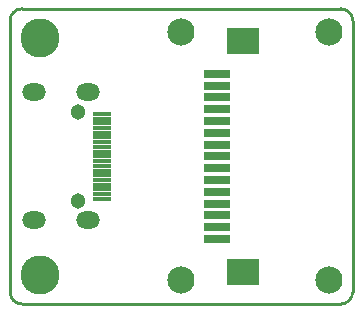
<source format=gts>
G04 Layer_Color=8388736*
%FSLAX25Y25*%
%MOIN*%
G70*
G01*
G75*
%ADD15C,0.01000*%
%ADD17C,0.00965*%
%ADD22R,0.08674X0.03162*%
%ADD23R,0.11036X0.08674*%
%ADD24R,0.06312X0.01706*%
%ADD25C,0.05131*%
%ADD26O,0.07887X0.05721*%
%ADD27C,0.09068*%
%ADD28C,0.13005*%
D15*
X362205Y208661D02*
Y299213D01*
X251969Y204724D02*
X358268D01*
X251969Y303150D02*
X358268D01*
X248031Y208661D02*
Y299213D01*
D17*
X362205Y299213D02*
G03*
X358268Y303150I-3937J0D01*
G01*
X251969Y303150D02*
G03*
X248031Y299213I0J-3937D01*
G01*
X248031Y208661D02*
G03*
X251969Y204724I3937J0D01*
G01*
X358268D02*
G03*
X362205Y208661I0J3937D01*
G01*
D22*
X316929Y226378D02*
D03*
Y234252D02*
D03*
Y238189D02*
D03*
Y242126D02*
D03*
Y246063D02*
D03*
Y250000D02*
D03*
Y230315D02*
D03*
Y261811D02*
D03*
Y281496D02*
D03*
Y277559D02*
D03*
Y273622D02*
D03*
Y269685D02*
D03*
Y265748D02*
D03*
Y257874D02*
D03*
Y253937D02*
D03*
D23*
X325591Y292520D02*
D03*
Y215354D02*
D03*
D24*
X278740Y253937D02*
D03*
Y252362D02*
D03*
Y255512D02*
D03*
Y257087D02*
D03*
Y250787D02*
D03*
Y242913D02*
D03*
Y244488D02*
D03*
Y246063D02*
D03*
Y247638D02*
D03*
Y249213D02*
D03*
Y241339D02*
D03*
Y239764D02*
D03*
Y266535D02*
D03*
Y261811D02*
D03*
Y260236D02*
D03*
Y268110D02*
D03*
Y258661D02*
D03*
Y264961D02*
D03*
Y263386D02*
D03*
D25*
X270669Y239173D02*
D03*
Y268701D02*
D03*
D26*
X256102Y232579D02*
D03*
X273819D02*
D03*
X256102Y275295D02*
D03*
X273819D02*
D03*
D27*
X305118Y295276D02*
D03*
Y212598D02*
D03*
X354331Y295276D02*
D03*
Y212598D02*
D03*
D28*
X257874Y293307D02*
D03*
Y214567D02*
D03*
M02*

</source>
